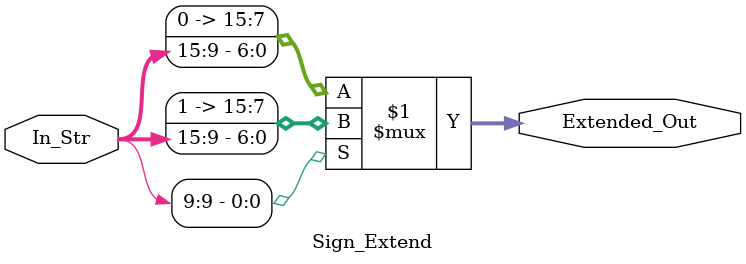
<source format=v>
module Sign_Extend (In_Str,Extended_Out);
    //Declaring Inputs:
    input [15:0] In_Str;

    //Declaring Outputs:
    output [15:0] Extended_Out;

    //Assigning Outputs:
    assign Extended_Out = (In_Str[9]) ? {{9{1'b1}},In_Str[15:9]}:
                                        {{9{1'b0}},In_Str[15:9]};
endmodule
</source>
